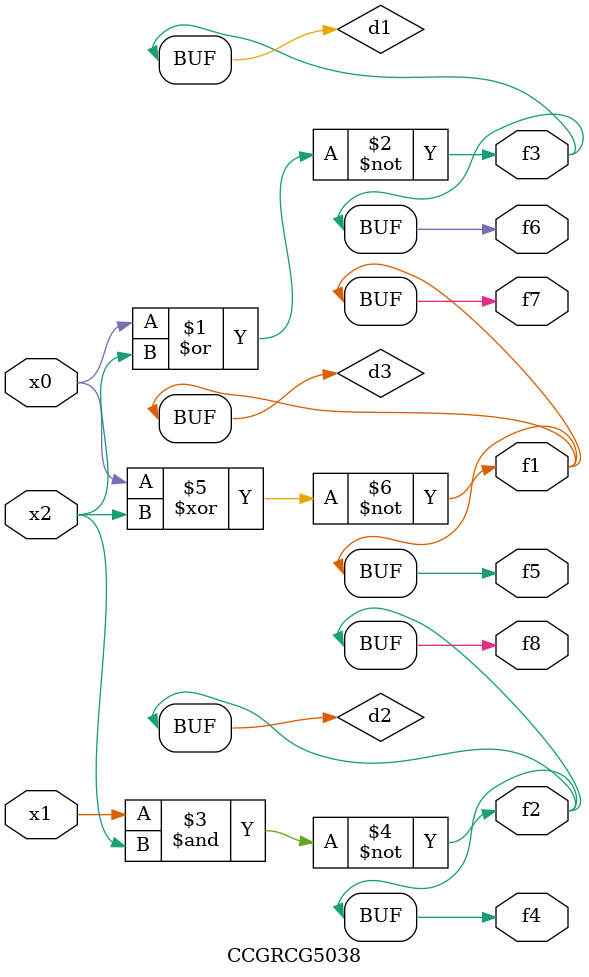
<source format=v>
module CCGRCG5038(
	input x0, x1, x2,
	output f1, f2, f3, f4, f5, f6, f7, f8
);

	wire d1, d2, d3;

	nor (d1, x0, x2);
	nand (d2, x1, x2);
	xnor (d3, x0, x2);
	assign f1 = d3;
	assign f2 = d2;
	assign f3 = d1;
	assign f4 = d2;
	assign f5 = d3;
	assign f6 = d1;
	assign f7 = d3;
	assign f8 = d2;
endmodule

</source>
